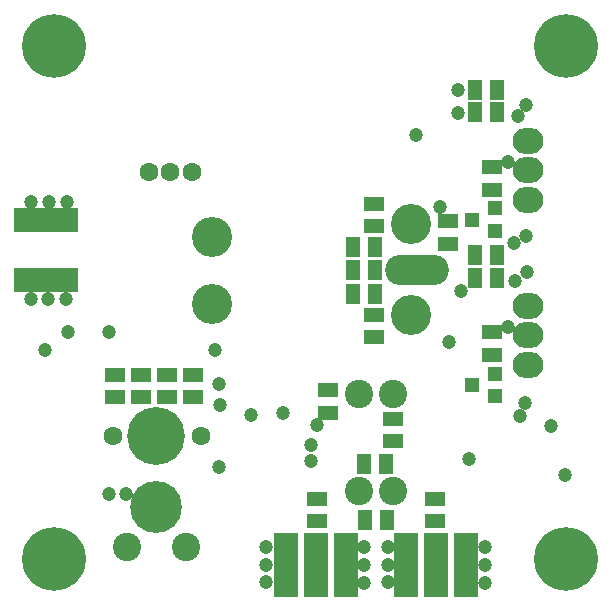
<source format=gbs>
G04 #@! TF.FileFunction,Soldermask,Bot*
%FSLAX46Y46*%
G04 Gerber Fmt 4.6, Leading zero omitted, Abs format (unit mm)*
G04 Created by KiCad (PCBNEW 4.0.1-stable) date 7/31/2016 1:29:05 PM*
%MOMM*%
G01*
G04 APERTURE LIST*
%ADD10C,0.100000*%
%ADD11C,2.400000*%
%ADD12C,4.400000*%
%ADD13C,4.900000*%
%ADD14R,1.300000X1.200000*%
%ADD15R,5.400000X2.100000*%
%ADD16R,2.000000X5.400000*%
%ADD17R,2.100000X5.400000*%
%ADD18C,3.400000*%
%ADD19O,5.400000X2.550000*%
%ADD20R,1.289000X1.797000*%
%ADD21R,1.797000X1.289000*%
%ADD22C,5.400000*%
%ADD23O,2.600000X2.200000*%
%ADD24C,1.200000*%
%ADD25C,1.600000*%
G04 APERTURE END LIST*
D10*
D11*
X32050000Y-41000000D03*
X29150000Y-41000000D03*
X32050000Y-32800000D03*
X29150000Y-32800000D03*
D12*
X12000000Y-42300000D03*
D13*
X12000000Y-36300000D03*
D11*
X9500000Y-45700000D03*
X14500000Y-45700000D03*
D14*
X40700000Y-31050000D03*
X38700000Y-32000000D03*
X40700000Y-32950000D03*
X40700000Y-17050000D03*
X38700000Y-18000000D03*
X40700000Y-18950000D03*
D15*
X2700000Y-23140000D03*
X2700000Y-18060000D03*
D16*
X35700000Y-47200000D03*
D17*
X38240000Y-47200000D03*
X33160000Y-47200000D03*
D16*
X25500000Y-47200000D03*
D17*
X28040000Y-47200000D03*
X22960000Y-47200000D03*
D18*
X16750000Y-19435000D03*
X16750000Y-25135000D03*
X33600000Y-26100000D03*
X33600000Y-18400000D03*
D19*
X34100000Y-22300000D03*
D20*
X38947500Y-8900000D03*
X40852500Y-8900000D03*
D21*
X25600000Y-41647500D03*
X25600000Y-43552500D03*
D20*
X29547500Y-38700000D03*
X31452500Y-38700000D03*
X29647500Y-43400000D03*
X31552500Y-43400000D03*
D21*
X30400000Y-16647500D03*
X30400000Y-18552500D03*
D20*
X38947500Y-22900000D03*
X40852500Y-22900000D03*
D21*
X35600000Y-41647500D03*
X35600000Y-43552500D03*
X30400000Y-26047500D03*
X30400000Y-27952500D03*
X26500000Y-32447500D03*
X26500000Y-34352500D03*
X32000000Y-34847500D03*
X32000000Y-36752500D03*
X40400000Y-15452500D03*
X40400000Y-13547500D03*
X40400000Y-29452500D03*
X40400000Y-27547500D03*
X15100000Y-33052500D03*
X15100000Y-31147500D03*
X12900000Y-33052500D03*
X12900000Y-31147500D03*
X10700000Y-33052500D03*
X10700000Y-31147500D03*
X8500000Y-33052500D03*
X8500000Y-31147500D03*
D20*
X38947500Y-7000000D03*
X40852500Y-7000000D03*
X38947500Y-21000000D03*
X40852500Y-21000000D03*
D21*
X36700000Y-18147500D03*
X36700000Y-20052500D03*
D20*
X28647500Y-24300000D03*
X30552500Y-24300000D03*
X28647500Y-22300000D03*
X30552500Y-22300000D03*
X28647500Y-20300000D03*
X30552500Y-20300000D03*
D22*
X46700000Y-3300000D03*
X46700000Y-46700000D03*
X3300000Y-3300000D03*
X3300000Y-46700000D03*
D23*
X43500000Y-16300000D03*
X43500000Y-11300000D03*
X43500000Y-13800000D03*
X43500000Y-30300000D03*
X43500000Y-25300000D03*
X43500000Y-27800000D03*
D24*
X37800000Y-24000000D03*
X36800000Y-28400000D03*
X17300000Y-38900000D03*
X17300000Y-31900000D03*
X17400000Y-33700000D03*
X25100000Y-38400000D03*
X25100000Y-37100000D03*
X8000000Y-41200000D03*
X9400000Y-41200000D03*
X41800000Y-27100000D03*
X41800000Y-13100000D03*
X2600000Y-29000000D03*
X1350000Y-24750000D03*
X1350000Y-24750000D03*
X2850000Y-24750000D03*
X4350000Y-24750000D03*
X4350000Y-24750000D03*
X2850000Y-24750000D03*
X2900000Y-16500000D03*
X4400000Y-16500000D03*
X1400000Y-16500000D03*
X1400000Y-16500000D03*
X4400000Y-16500000D03*
X2900000Y-16500000D03*
X38500000Y-38300000D03*
X39850000Y-47250000D03*
X39850000Y-48750000D03*
X39850000Y-45750000D03*
X39850000Y-45750000D03*
X39850000Y-48750000D03*
X39850000Y-47250000D03*
X29550000Y-47250000D03*
X29550000Y-48750000D03*
X29550000Y-45750000D03*
X29550000Y-45750000D03*
X29550000Y-48750000D03*
X29550000Y-47250000D03*
X31600000Y-47200000D03*
X31600000Y-45700000D03*
X31600000Y-48700000D03*
X31600000Y-48700000D03*
X31600000Y-45700000D03*
X31600000Y-47200000D03*
X21300000Y-47200000D03*
X21300000Y-45700000D03*
X21300000Y-48700000D03*
X36000000Y-16900000D03*
X43300000Y-19400000D03*
X37500000Y-7000000D03*
X42600000Y-9200000D03*
X43300000Y-8300000D03*
X42800000Y-34600000D03*
X43200000Y-33500000D03*
X42400000Y-23200000D03*
X42300000Y-20000000D03*
X43400000Y-22400000D03*
X20000000Y-34500000D03*
X22700000Y-34400000D03*
X21300000Y-48700000D03*
X21300000Y-45700000D03*
X21300000Y-47200000D03*
X17000000Y-29000000D03*
X8000000Y-27500000D03*
X4500000Y-27500000D03*
D25*
X15800000Y-36300000D03*
X8300000Y-36300000D03*
X13200000Y-14000000D03*
X11400000Y-14000000D03*
X15000000Y-14000000D03*
D24*
X37500000Y-9000000D03*
X34000000Y-10800000D03*
X45400000Y-35500000D03*
X46600000Y-39600000D03*
X25600000Y-35400000D03*
M02*

</source>
